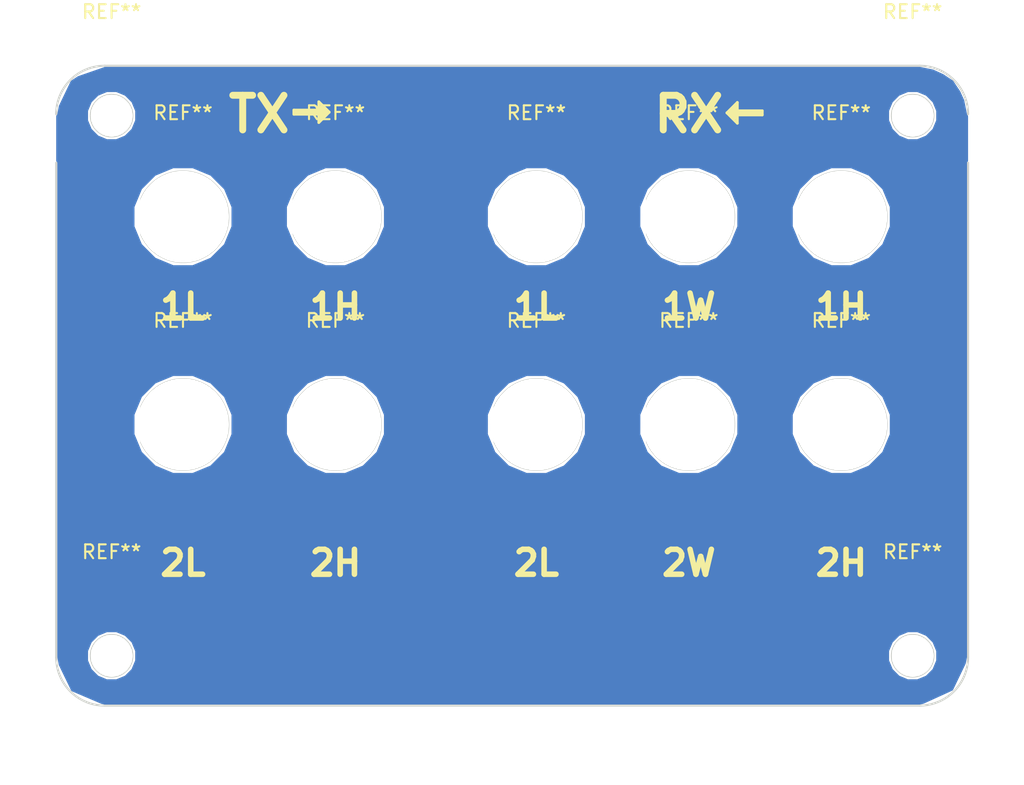
<source format=kicad_pcb>
(kicad_pcb (version 4) (host pcbnew no-bzr-kicad_new3d-viewer)

  (general
    (links 0)
    (no_connects 0)
    (area 96.746429 33.9425 170.953572 87.4925)
    (thickness 1.6)
    (drawings 48)
    (tracks 0)
    (zones 0)
    (modules 25)
    (nets 1)
  )

  (page A4)
  (layers
    (0 F.Cu signal)
    (31 B.Cu signal)
    (32 B.Adhes user)
    (33 F.Adhes user)
    (34 B.Paste user)
    (35 F.Paste user)
    (36 B.SilkS user)
    (37 F.SilkS user)
    (38 B.Mask user)
    (39 F.Mask user)
    (40 Dwgs.User user)
    (41 Cmts.User user)
    (42 Eco1.User user)
    (43 Eco2.User user)
    (44 Edge.Cuts user)
    (45 Margin user)
    (46 B.CrtYd user)
    (47 F.CrtYd user)
    (48 B.Fab user)
    (49 F.Fab user)
  )

  (setup
    (last_trace_width 0.25)
    (trace_clearance 0.2)
    (zone_clearance 0.508)
    (zone_45_only no)
    (trace_min 0.2)
    (segment_width 0.2)
    (edge_width 0.15)
    (via_size 0.6)
    (via_drill 0.4)
    (via_min_size 0.4)
    (via_min_drill 0.3)
    (uvia_size 0.3)
    (uvia_drill 0.1)
    (uvias_allowed no)
    (uvia_min_size 0.2)
    (uvia_min_drill 0.1)
    (pcb_text_width 0.3)
    (pcb_text_size 1.5 1.5)
    (mod_edge_width 0.15)
    (mod_text_size 1 1)
    (mod_text_width 0.15)
    (pad_size 3 3)
    (pad_drill 3)
    (pad_to_mask_clearance 0.2)
    (aux_axis_origin 0 0)
    (visible_elements 7FFFFFFF)
    (pcbplotparams
      (layerselection 0x00030_ffffffff)
      (usegerberextensions false)
      (excludeedgelayer true)
      (linewidth 0.100000)
      (plotframeref false)
      (viasonmask false)
      (mode 1)
      (useauxorigin false)
      (hpglpennumber 1)
      (hpglpenspeed 20)
      (hpglpendiameter 15)
      (psnegative false)
      (psa4output false)
      (plotreference true)
      (plotvalue true)
      (plotinvisibletext false)
      (padsonsilk false)
      (subtractmaskfromsilk false)
      (outputformat 1)
      (mirror false)
      (drillshape 0)
      (scaleselection 1)
      (outputdirectory ""))
  )

  (net 0 "")

  (net_class Default "This is the default net class."
    (clearance 0.2)
    (trace_width 0.25)
    (via_dia 0.6)
    (via_drill 0.4)
    (uvia_dia 0.3)
    (uvia_drill 0.1)
  )

  (module Mounting_Holes:MountingHole_6.5mm (layer F.Cu) (tedit 574497DB) (tstamp 574497EE)
    (at 162.75 38.9)
    (descr "Mounting Hole 6.5mm, no annular")
    (tags "mounting hole 6.5mm no annular")
    (fp_text reference REF** (at 0 -7.5) (layer F.SilkS)
      (effects (font (size 1 1) (thickness 0.15)))
    )
    (fp_text value MountingHole_6.5mm (at 0 7.5) (layer F.Fab)
      (effects (font (size 1 1) (thickness 0.15)))
    )
    (fp_circle (center 0 0) (end 6.5 0) (layer Cmts.User) (width 0.15))
    (fp_circle (center 0 0) (end 6.75 0) (layer F.CrtYd) (width 0.05))
    (pad "" np_thru_hole circle (at 0 0) (size 3 3) (drill 3) (layers *.Cu))
  )

  (module Mounting_Holes:MountingHole_6.5mm (layer F.Cu) (tedit 574497DB) (tstamp 574497E8)
    (at 104.95 38.9)
    (descr "Mounting Hole 6.5mm, no annular")
    (tags "mounting hole 6.5mm no annular")
    (fp_text reference REF** (at 0 -7.5) (layer F.SilkS)
      (effects (font (size 1 1) (thickness 0.15)))
    )
    (fp_text value MountingHole_6.5mm (at 0 7.5) (layer F.Fab)
      (effects (font (size 1 1) (thickness 0.15)))
    )
    (fp_circle (center 0 0) (end 6.5 0) (layer Cmts.User) (width 0.15))
    (fp_circle (center 0 0) (end 6.75 0) (layer F.CrtYd) (width 0.05))
    (pad "" np_thru_hole circle (at 0 0) (size 3 3) (drill 3) (layers *.Cu))
  )

  (module Mounting_Holes:MountingHole_6.5mm (layer F.Cu) (tedit 574497DB) (tstamp 574497E2)
    (at 104.95 77.9)
    (descr "Mounting Hole 6.5mm, no annular")
    (tags "mounting hole 6.5mm no annular")
    (fp_text reference REF** (at 0 -7.5) (layer F.SilkS)
      (effects (font (size 1 1) (thickness 0.15)))
    )
    (fp_text value MountingHole_6.5mm (at 0 7.5) (layer F.Fab)
      (effects (font (size 1 1) (thickness 0.15)))
    )
    (fp_circle (center 0 0) (end 6.5 0) (layer Cmts.User) (width 0.15))
    (fp_circle (center 0 0) (end 6.75 0) (layer F.CrtYd) (width 0.05))
    (pad "" np_thru_hole circle (at 0 0) (size 3 3) (drill 3) (layers *.Cu))
  )

  (module Mounting_Holes:MountingHole_6.5mm (layer F.Cu) (tedit 574497DB) (tstamp 574497CB)
    (at 162.75 77.9)
    (descr "Mounting Hole 6.5mm, no annular")
    (tags "mounting hole 6.5mm no annular")
    (fp_text reference REF** (at 0 -7.5) (layer F.SilkS)
      (effects (font (size 1 1) (thickness 0.15)))
    )
    (fp_text value MountingHole_6.5mm (at 0 7.5) (layer F.Fab)
      (effects (font (size 1 1) (thickness 0.15)))
    )
    (fp_circle (center 0 0) (end 6.5 0) (layer Cmts.User) (width 0.15))
    (fp_circle (center 0 0) (end 6.75 0) (layer F.CrtYd) (width 0.05))
    (pad "" np_thru_hole circle (at 0 0) (size 3 3) (drill 3) (layers *.Cu))
  )

  (module Mounting_Holes:MountingHole_6.5mm (layer F.Cu) (tedit 57449735) (tstamp 5744977B)
    (at 135.6 61.2)
    (descr "Mounting Hole 6.5mm, no annular")
    (tags "mounting hole 6.5mm no annular")
    (fp_text reference REF** (at 0 -7.5) (layer F.SilkS)
      (effects (font (size 1 1) (thickness 0.15)))
    )
    (fp_text value MountingHole_6.5mm (at 0 7.5) (layer F.Fab)
      (effects (font (size 1 1) (thickness 0.15)))
    )
    (fp_circle (center 0 0) (end 6.5 0) (layer Cmts.User) (width 0.15))
    (fp_circle (center 0 0) (end 6.75 0) (layer F.CrtYd) (width 0.05))
    (pad "" np_thru_hole circle (at 0 0) (size 6.6 6.6) (drill 6.6) (layers *.Cu))
  )

  (module Mounting_Holes:MountingHole_6.5mm (layer F.Cu) (tedit 57449735) (tstamp 57449775)
    (at 146.6 61.2)
    (descr "Mounting Hole 6.5mm, no annular")
    (tags "mounting hole 6.5mm no annular")
    (fp_text reference REF** (at 0 -7.5) (layer F.SilkS)
      (effects (font (size 1 1) (thickness 0.15)))
    )
    (fp_text value MountingHole_6.5mm (at 0 7.5) (layer F.Fab)
      (effects (font (size 1 1) (thickness 0.15)))
    )
    (fp_circle (center 0 0) (end 6.5 0) (layer Cmts.User) (width 0.15))
    (fp_circle (center 0 0) (end 6.75 0) (layer F.CrtYd) (width 0.05))
    (pad "" np_thru_hole circle (at 0 0) (size 6.6 6.6) (drill 6.6) (layers *.Cu))
  )

  (module Mounting_Holes:MountingHole_6.5mm (layer F.Cu) (tedit 57449735) (tstamp 5744976F)
    (at 157.6 61.2)
    (descr "Mounting Hole 6.5mm, no annular")
    (tags "mounting hole 6.5mm no annular")
    (fp_text reference REF** (at 0 -7.5) (layer F.SilkS)
      (effects (font (size 1 1) (thickness 0.15)))
    )
    (fp_text value MountingHole_6.5mm (at 0 7.5) (layer F.Fab)
      (effects (font (size 1 1) (thickness 0.15)))
    )
    (fp_circle (center 0 0) (end 6.5 0) (layer Cmts.User) (width 0.15))
    (fp_circle (center 0 0) (end 6.75 0) (layer F.CrtYd) (width 0.05))
    (pad "" np_thru_hole circle (at 0 0) (size 6.6 6.6) (drill 6.6) (layers *.Cu))
  )

  (module Mounting_Holes:MountingHole_6.5mm (layer F.Cu) (tedit 57449735) (tstamp 57449769)
    (at 157.6 46.2)
    (descr "Mounting Hole 6.5mm, no annular")
    (tags "mounting hole 6.5mm no annular")
    (fp_text reference REF** (at 0 -7.5) (layer F.SilkS)
      (effects (font (size 1 1) (thickness 0.15)))
    )
    (fp_text value MountingHole_6.5mm (at 0 7.5) (layer F.Fab)
      (effects (font (size 1 1) (thickness 0.15)))
    )
    (fp_circle (center 0 0) (end 6.5 0) (layer Cmts.User) (width 0.15))
    (fp_circle (center 0 0) (end 6.75 0) (layer F.CrtYd) (width 0.05))
    (pad "" np_thru_hole circle (at 0 0) (size 6.6 6.6) (drill 6.6) (layers *.Cu))
  )

  (module Mounting_Holes:MountingHole_6.5mm (layer F.Cu) (tedit 57449735) (tstamp 57449763)
    (at 146.6 46.2)
    (descr "Mounting Hole 6.5mm, no annular")
    (tags "mounting hole 6.5mm no annular")
    (fp_text reference REF** (at 0 -7.5) (layer F.SilkS)
      (effects (font (size 1 1) (thickness 0.15)))
    )
    (fp_text value MountingHole_6.5mm (at 0 7.5) (layer F.Fab)
      (effects (font (size 1 1) (thickness 0.15)))
    )
    (fp_circle (center 0 0) (end 6.5 0) (layer Cmts.User) (width 0.15))
    (fp_circle (center 0 0) (end 6.75 0) (layer F.CrtYd) (width 0.05))
    (pad "" np_thru_hole circle (at 0 0) (size 6.6 6.6) (drill 6.6) (layers *.Cu))
  )

  (module Mounting_Holes:MountingHole_6.5mm (layer F.Cu) (tedit 57449735) (tstamp 5744975D)
    (at 135.6 46.2)
    (descr "Mounting Hole 6.5mm, no annular")
    (tags "mounting hole 6.5mm no annular")
    (fp_text reference REF** (at 0 -7.5) (layer F.SilkS)
      (effects (font (size 1 1) (thickness 0.15)))
    )
    (fp_text value MountingHole_6.5mm (at 0 7.5) (layer F.Fab)
      (effects (font (size 1 1) (thickness 0.15)))
    )
    (fp_circle (center 0 0) (end 6.5 0) (layer Cmts.User) (width 0.15))
    (fp_circle (center 0 0) (end 6.75 0) (layer F.CrtYd) (width 0.05))
    (pad "" np_thru_hole circle (at 0 0) (size 6.6 6.6) (drill 6.6) (layers *.Cu))
  )

  (module Mounting_Holes:MountingHole_6.5mm (layer F.Cu) (tedit 57449735) (tstamp 57449754)
    (at 121.1 61.2)
    (descr "Mounting Hole 6.5mm, no annular")
    (tags "mounting hole 6.5mm no annular")
    (fp_text reference REF** (at 0 -7.5) (layer F.SilkS)
      (effects (font (size 1 1) (thickness 0.15)))
    )
    (fp_text value MountingHole_6.5mm (at 0 7.5) (layer F.Fab)
      (effects (font (size 1 1) (thickness 0.15)))
    )
    (fp_circle (center 0 0) (end 6.5 0) (layer Cmts.User) (width 0.15))
    (fp_circle (center 0 0) (end 6.75 0) (layer F.CrtYd) (width 0.05))
    (pad "" np_thru_hole circle (at 0 0) (size 6.6 6.6) (drill 6.6) (layers *.Cu))
  )

  (module Mounting_Holes:MountingHole_6.5mm (layer F.Cu) (tedit 57449735) (tstamp 5744974D)
    (at 110.1 61.2)
    (descr "Mounting Hole 6.5mm, no annular")
    (tags "mounting hole 6.5mm no annular")
    (fp_text reference REF** (at 0 -7.5) (layer F.SilkS)
      (effects (font (size 1 1) (thickness 0.15)))
    )
    (fp_text value MountingHole_6.5mm (at 0 7.5) (layer F.Fab)
      (effects (font (size 1 1) (thickness 0.15)))
    )
    (fp_circle (center 0 0) (end 6.5 0) (layer Cmts.User) (width 0.15))
    (fp_circle (center 0 0) (end 6.75 0) (layer F.CrtYd) (width 0.05))
    (pad "" np_thru_hole circle (at 0 0) (size 6.6 6.6) (drill 6.6) (layers *.Cu))
  )

  (module Mounting_Holes:MountingHole_6.5mm (layer F.Cu) (tedit 57449735) (tstamp 5744973F)
    (at 121.1 46.2)
    (descr "Mounting Hole 6.5mm, no annular")
    (tags "mounting hole 6.5mm no annular")
    (fp_text reference REF** (at 0 -7.5) (layer F.SilkS)
      (effects (font (size 1 1) (thickness 0.15)))
    )
    (fp_text value MountingHole_6.5mm (at 0 7.5) (layer F.Fab)
      (effects (font (size 1 1) (thickness 0.15)))
    )
    (fp_circle (center 0 0) (end 6.5 0) (layer Cmts.User) (width 0.15))
    (fp_circle (center 0 0) (end 6.75 0) (layer F.CrtYd) (width 0.05))
    (pad "" np_thru_hole circle (at 0 0) (size 6.6 6.6) (drill 6.6) (layers *.Cu))
  )

  (module Ohišja:1 locked (layer F.Cu) (tedit 57338AA8) (tstamp 5733AE17)
    (at 100.95 81.5)
    (fp_text reference REF** (at 0 4.9) (layer Dwgs.User)
      (effects (font (size 1 1) (thickness 0.15)))
    )
    (fp_text value 1 (at 0 2.8) (layer F.Fab)
      (effects (font (size 1 1) (thickness 0.15)))
    )
    (fp_line (start 4.5 -9.6) (end 3 -8.7) (layer Dwgs.User) (width 0.15))
    (fp_line (start 4.5 -7.9) (end 4.5 -9.6) (layer Dwgs.User) (width 0.15))
    (fp_line (start 61.3 -9.6) (end 62.8 -8.7) (layer Dwgs.User) (width 0.15))
    (fp_line (start 61.3 -7.9) (end 61.3 -9.6) (layer Dwgs.User) (width 0.15))
    (fp_line (start 57 -3) (end 57 -1.8) (layer Dwgs.User) (width 0.15))
    (fp_line (start 58 -3) (end 57 -3) (layer Dwgs.User) (width 0.15))
    (fp_line (start 58 -1.8) (end 58 -3) (layer Dwgs.User) (width 0.15))
    (fp_line (start 60 -1.8) (end 60 -3.3) (layer Dwgs.User) (width 0.15))
    (fp_line (start 3 -7.9) (end 4.5 -7.9) (layer Dwgs.User) (width 0.15))
    (fp_line (start 3 -5.8) (end 4.5 -5.8) (layer Dwgs.User) (width 0.15))
    (fp_circle (center 4 -3.6) (end 5.5 -3.6) (layer Dwgs.User) (width 0.15))
    (fp_line (start 3 -1.8) (end 62.8 -1.8) (layer Dwgs.User) (width 0.15))
    (fp_line (start 62.8 -1.8) (end 62.8 -40.9) (layer Dwgs.User) (width 0.15))
    (fp_line (start 3 -40.9) (end 3 -1.8) (layer Dwgs.User) (width 0.15))
    (fp_arc (start 3.5 -39.2) (end 0 -39.2) (angle 90) (layer Dwgs.User) (width 0.15))
    (fp_arc (start 62.3 -3.5) (end 65.8 -3.5) (angle 90) (layer Dwgs.User) (width 0.15))
    (fp_arc (start 3.5 -3.5) (end 3.5 0) (angle 90) (layer Dwgs.User) (width 0.15))
    (fp_arc (start 62.3 -39.2) (end 62.3 -42.7) (angle 90) (layer Dwgs.User) (width 0.15))
    (fp_line (start 65.8 -39.2) (end 65.8 -3.5) (layer Dwgs.User) (width 0.15))
    (fp_line (start 62.3 0) (end 3.5 0) (layer Dwgs.User) (width 0.15))
    (fp_line (start 0 -3.5) (end 0 -39.2) (layer Dwgs.User) (width 0.15))
    (fp_line (start 3.5 -42.7) (end 62.3 -42.7) (layer Dwgs.User) (width 0.15))
    (fp_circle (center 61.8 -3.6) (end 63.3 -3.6) (layer Dwgs.User) (width 0.15))
    (fp_line (start 3.8 -3.8) (end 4.2 -3.4) (layer Dwgs.User) (width 0.15))
    (fp_line (start 61.6 -3.8) (end 62 -3.4) (layer Dwgs.User) (width 0.15))
    (fp_line (start 62 -3.8) (end 61.6 -3.4) (layer Dwgs.User) (width 0.15))
    (fp_line (start 4.2 -3.8) (end 3.8 -3.4) (layer Dwgs.User) (width 0.15))
    (fp_line (start 3.3 -3.7) (end 3.7 -3.3) (layer Dwgs.User) (width 0.15))
    (fp_line (start 3.7 -3.7) (end 3.3 -3.3) (layer Dwgs.User) (width 0.15))
    (fp_line (start 62.5 -3.7) (end 62.1 -3.3) (layer Dwgs.User) (width 0.15))
    (fp_line (start 62.1 -3.7) (end 62.5 -3.3) (layer Dwgs.User) (width 0.15))
    (fp_line (start 61.3 -5.8) (end 62.8 -5.8) (layer Dwgs.User) (width 0.15))
    (fp_line (start 61.3 -7.9) (end 62.8 -7.9) (layer Dwgs.User) (width 0.15))
    (fp_line (start 5.8 -1.8) (end 5.8 -3.3) (layer Dwgs.User) (width 0.15))
    (fp_line (start 7.8 -1.8) (end 7.8 -3) (layer Dwgs.User) (width 0.15))
    (fp_line (start 7.8 -3) (end 8.8 -3) (layer Dwgs.User) (width 0.15))
    (fp_line (start 8.8 -3) (end 8.8 -1.8) (layer Dwgs.User) (width 0.15))
    (fp_line (start 3.8 -38.9) (end 4.2 -39.3) (layer Dwgs.User) (width 0.15))
    (fp_line (start 4.2 -38.9) (end 3.8 -39.3) (layer Dwgs.User) (width 0.15))
    (fp_line (start 4.5 -36.9) (end 3 -36.9) (layer Dwgs.User) (width 0.15))
    (fp_line (start 4.5 -33.1) (end 3 -34) (layer Dwgs.User) (width 0.15))
    (fp_line (start 4.5 -34.8) (end 3 -34.8) (layer Dwgs.User) (width 0.15))
    (fp_line (start 4.5 -34.8) (end 4.5 -33.1) (layer Dwgs.User) (width 0.15))
    (fp_circle (center 61.8 -39.1) (end 60.3 -39.1) (layer Dwgs.User) (width 0.15))
    (fp_line (start 62.8 -40.9) (end 3 -40.9) (layer Dwgs.User) (width 0.15))
    (fp_line (start 3.3 -39) (end 3.7 -39.4) (layer Dwgs.User) (width 0.15))
    (fp_line (start 5.8 -40.9) (end 5.8 -39.4) (layer Dwgs.User) (width 0.15))
    (fp_line (start 8.8 -39.7) (end 8.8 -40.9) (layer Dwgs.User) (width 0.15))
    (fp_line (start 7.8 -40.9) (end 7.8 -39.7) (layer Dwgs.User) (width 0.15))
    (fp_line (start 7.8 -39.7) (end 8.8 -39.7) (layer Dwgs.User) (width 0.15))
    (fp_line (start 3.7 -39) (end 3.3 -39.4) (layer Dwgs.User) (width 0.15))
    (fp_circle (center 4 -39.1) (end 2.5 -39.1) (layer Dwgs.User) (width 0.15))
    (fp_line (start 62.8 -34.8) (end 61.3 -34.8) (layer Dwgs.User) (width 0.15))
    (fp_line (start 61.3 -33.1) (end 62.8 -34) (layer Dwgs.User) (width 0.15))
    (fp_line (start 61.3 -34.8) (end 61.3 -33.1) (layer Dwgs.User) (width 0.15))
    (fp_line (start 62.8 -36.9) (end 61.3 -36.9) (layer Dwgs.User) (width 0.15))
    (fp_line (start 62.1 -39) (end 62.5 -39.4) (layer Dwgs.User) (width 0.15))
    (fp_line (start 62.5 -39) (end 62.1 -39.4) (layer Dwgs.User) (width 0.15))
    (fp_line (start 61.6 -38.9) (end 62 -39.3) (layer Dwgs.User) (width 0.15))
    (fp_line (start 62 -38.9) (end 61.6 -39.3) (layer Dwgs.User) (width 0.15))
    (fp_line (start 58 -40.9) (end 58 -39.7) (layer Dwgs.User) (width 0.15))
    (fp_line (start 60 -40.9) (end 60 -39.4) (layer Dwgs.User) (width 0.15))
    (fp_line (start 57 -39.7) (end 57 -40.9) (layer Dwgs.User) (width 0.15))
    (fp_line (start 58 -39.7) (end 57 -39.7) (layer Dwgs.User) (width 0.15))
  )

  (module Ohisja:2 (layer F.Cu) (tedit 57339325) (tstamp 5733B0A0)
    (at 157.6 46.2)
    (fp_text reference REF** (at 0 7.7) (layer Dwgs.User)
      (effects (font (size 1 1) (thickness 0.15)))
    )
    (fp_text value 2 (at 0 6.7) (layer F.Fab)
      (effects (font (size 1 1) (thickness 0.15)))
    )
    (fp_arc (start 0 0) (end -3 -1.3) (angle 313.1426144) (layer Edge.Cuts) (width 0.15))
    (fp_line (start -3 -1.3) (end -3 1.3) (layer Edge.Cuts) (width 0.15))
    (fp_circle (center 0 0) (end 7.5 0) (layer Dwgs.User) (width 0.15))
    (fp_line (start 0.2 0.2) (end -0.2 -0.2) (layer Dwgs.User) (width 0.15))
    (fp_line (start -0.2 0.2) (end 0.2 -0.2) (layer Dwgs.User) (width 0.15))
    (fp_line (start 4 2.1) (end 4 -2.1) (layer Dwgs.User) (width 0.15))
    (fp_line (start 0 4.5) (end 4 2.1) (layer Dwgs.User) (width 0.15))
    (fp_line (start -4 2.1) (end 0 4.5) (layer Dwgs.User) (width 0.15))
    (fp_line (start -4 -2.1) (end -4 2.1) (layer Dwgs.User) (width 0.15))
    (fp_line (start 0 -4.5) (end -4 -2.1) (layer Dwgs.User) (width 0.15))
    (fp_line (start 4 -2.1) (end 0 -4.5) (layer Dwgs.User) (width 0.15))
    (fp_circle (center 0 0) (end 4.5 0) (layer Dwgs.User) (width 0.15))
    (fp_circle (center 0 0) (end 3.25 0) (layer Dwgs.User) (width 0.15))
    (model D:/Dropbox/Projekti/Ohisja/sma.wrl
      (at (xyz 0 -0.02559055118110237 -0.1377952755905512))
      (scale (xyz 0.3937 0.3937 0.3937))
      (rotate (xyz 0 0 0))
    )
  )

  (module Ohisja:2 (layer F.Cu) (tedit 57339325) (tstamp 5733B91E)
    (at 135.6 61.2)
    (fp_text reference REF** (at 0 7.7) (layer Dwgs.User)
      (effects (font (size 1 1) (thickness 0.15)))
    )
    (fp_text value 2 (at 0 6.7) (layer F.Fab)
      (effects (font (size 1 1) (thickness 0.15)))
    )
    (fp_arc (start 0 0) (end -3 -1.3) (angle 313.1426144) (layer Edge.Cuts) (width 0.15))
    (fp_line (start -3 -1.3) (end -3 1.3) (layer Edge.Cuts) (width 0.15))
    (fp_circle (center 0 0) (end 7.5 0) (layer Dwgs.User) (width 0.15))
    (fp_line (start 0.2 0.2) (end -0.2 -0.2) (layer Dwgs.User) (width 0.15))
    (fp_line (start -0.2 0.2) (end 0.2 -0.2) (layer Dwgs.User) (width 0.15))
    (fp_line (start 4 2.1) (end 4 -2.1) (layer Dwgs.User) (width 0.15))
    (fp_line (start 0 4.5) (end 4 2.1) (layer Dwgs.User) (width 0.15))
    (fp_line (start -4 2.1) (end 0 4.5) (layer Dwgs.User) (width 0.15))
    (fp_line (start -4 -2.1) (end -4 2.1) (layer Dwgs.User) (width 0.15))
    (fp_line (start 0 -4.5) (end -4 -2.1) (layer Dwgs.User) (width 0.15))
    (fp_line (start 4 -2.1) (end 0 -4.5) (layer Dwgs.User) (width 0.15))
    (fp_circle (center 0 0) (end 4.5 0) (layer Dwgs.User) (width 0.15))
    (fp_circle (center 0 0) (end 3.25 0) (layer Dwgs.User) (width 0.15))
    (model D:/Dropbox/Projekti/Ohisja/sma.wrl
      (at (xyz 0 -0.02559055118110237 -0.1377952755905512))
      (scale (xyz 0.3937 0.3937 0.3937))
      (rotate (xyz 0 0 0))
    )
  )

  (module Ohisja:2 (layer F.Cu) (tedit 57339325) (tstamp 5733B910)
    (at 146.6 61.2)
    (fp_text reference REF** (at 0 7.7) (layer Dwgs.User)
      (effects (font (size 1 1) (thickness 0.15)))
    )
    (fp_text value 2 (at 0 6.7) (layer F.Fab)
      (effects (font (size 1 1) (thickness 0.15)))
    )
    (fp_arc (start 0 0) (end -3 -1.3) (angle 313.1426144) (layer Edge.Cuts) (width 0.15))
    (fp_line (start -3 -1.3) (end -3 1.3) (layer Edge.Cuts) (width 0.15))
    (fp_circle (center 0 0) (end 7.5 0) (layer Dwgs.User) (width 0.15))
    (fp_line (start 0.2 0.2) (end -0.2 -0.2) (layer Dwgs.User) (width 0.15))
    (fp_line (start -0.2 0.2) (end 0.2 -0.2) (layer Dwgs.User) (width 0.15))
    (fp_line (start 4 2.1) (end 4 -2.1) (layer Dwgs.User) (width 0.15))
    (fp_line (start 0 4.5) (end 4 2.1) (layer Dwgs.User) (width 0.15))
    (fp_line (start -4 2.1) (end 0 4.5) (layer Dwgs.User) (width 0.15))
    (fp_line (start -4 -2.1) (end -4 2.1) (layer Dwgs.User) (width 0.15))
    (fp_line (start 0 -4.5) (end -4 -2.1) (layer Dwgs.User) (width 0.15))
    (fp_line (start 4 -2.1) (end 0 -4.5) (layer Dwgs.User) (width 0.15))
    (fp_circle (center 0 0) (end 4.5 0) (layer Dwgs.User) (width 0.15))
    (fp_circle (center 0 0) (end 3.25 0) (layer Dwgs.User) (width 0.15))
    (model D:/Dropbox/Projekti/Ohisja/sma.wrl
      (at (xyz 0 -0.02559055118110237 -0.1377952755905512))
      (scale (xyz 0.3937 0.3937 0.3937))
      (rotate (xyz 0 0 0))
    )
  )

  (module Ohisja:2 (layer F.Cu) (tedit 57339325) (tstamp 5733B902)
    (at 157.6 61.2)
    (fp_text reference REF** (at 0 7.7) (layer Dwgs.User)
      (effects (font (size 1 1) (thickness 0.15)))
    )
    (fp_text value 2 (at 0 6.7) (layer F.Fab)
      (effects (font (size 1 1) (thickness 0.15)))
    )
    (fp_arc (start 0 0) (end -3 -1.3) (angle 313.1426144) (layer Edge.Cuts) (width 0.15))
    (fp_line (start -3 -1.3) (end -3 1.3) (layer Edge.Cuts) (width 0.15))
    (fp_circle (center 0 0) (end 7.5 0) (layer Dwgs.User) (width 0.15))
    (fp_line (start 0.2 0.2) (end -0.2 -0.2) (layer Dwgs.User) (width 0.15))
    (fp_line (start -0.2 0.2) (end 0.2 -0.2) (layer Dwgs.User) (width 0.15))
    (fp_line (start 4 2.1) (end 4 -2.1) (layer Dwgs.User) (width 0.15))
    (fp_line (start 0 4.5) (end 4 2.1) (layer Dwgs.User) (width 0.15))
    (fp_line (start -4 2.1) (end 0 4.5) (layer Dwgs.User) (width 0.15))
    (fp_line (start -4 -2.1) (end -4 2.1) (layer Dwgs.User) (width 0.15))
    (fp_line (start 0 -4.5) (end -4 -2.1) (layer Dwgs.User) (width 0.15))
    (fp_line (start 4 -2.1) (end 0 -4.5) (layer Dwgs.User) (width 0.15))
    (fp_circle (center 0 0) (end 4.5 0) (layer Dwgs.User) (width 0.15))
    (fp_circle (center 0 0) (end 3.25 0) (layer Dwgs.User) (width 0.15))
    (model D:/Dropbox/Projekti/Ohisja/sma.wrl
      (at (xyz 0 -0.02559055118110237 -0.1377952755905512))
      (scale (xyz 0.3937 0.3937 0.3937))
      (rotate (xyz 0 0 0))
    )
  )

  (module Ohisja:2 (layer F.Cu) (tedit 57339325) (tstamp 5733B8F4)
    (at 135.6 46.2)
    (fp_text reference REF** (at 0 7.7) (layer Dwgs.User)
      (effects (font (size 1 1) (thickness 0.15)))
    )
    (fp_text value 2 (at 0 6.7) (layer F.Fab)
      (effects (font (size 1 1) (thickness 0.15)))
    )
    (fp_arc (start 0 0) (end -3 -1.3) (angle 313.1426144) (layer Edge.Cuts) (width 0.15))
    (fp_line (start -3 -1.3) (end -3 1.3) (layer Edge.Cuts) (width 0.15))
    (fp_circle (center 0 0) (end 7.5 0) (layer Dwgs.User) (width 0.15))
    (fp_line (start 0.2 0.2) (end -0.2 -0.2) (layer Dwgs.User) (width 0.15))
    (fp_line (start -0.2 0.2) (end 0.2 -0.2) (layer Dwgs.User) (width 0.15))
    (fp_line (start 4 2.1) (end 4 -2.1) (layer Dwgs.User) (width 0.15))
    (fp_line (start 0 4.5) (end 4 2.1) (layer Dwgs.User) (width 0.15))
    (fp_line (start -4 2.1) (end 0 4.5) (layer Dwgs.User) (width 0.15))
    (fp_line (start -4 -2.1) (end -4 2.1) (layer Dwgs.User) (width 0.15))
    (fp_line (start 0 -4.5) (end -4 -2.1) (layer Dwgs.User) (width 0.15))
    (fp_line (start 4 -2.1) (end 0 -4.5) (layer Dwgs.User) (width 0.15))
    (fp_circle (center 0 0) (end 4.5 0) (layer Dwgs.User) (width 0.15))
    (fp_circle (center 0 0) (end 3.25 0) (layer Dwgs.User) (width 0.15))
    (model D:/Dropbox/Projekti/Ohisja/sma.wrl
      (at (xyz 0 -0.02559055118110237 -0.1377952755905512))
      (scale (xyz 0.3937 0.3937 0.3937))
      (rotate (xyz 0 0 0))
    )
  )

  (module Ohisja:2 (layer F.Cu) (tedit 57339325) (tstamp 5733B8E6)
    (at 146.6 46.2)
    (fp_text reference REF** (at 0 7.7) (layer Dwgs.User)
      (effects (font (size 1 1) (thickness 0.15)))
    )
    (fp_text value 2 (at 0 6.7) (layer F.Fab)
      (effects (font (size 1 1) (thickness 0.15)))
    )
    (fp_arc (start 0 0) (end -3 -1.3) (angle 313.1426144) (layer Edge.Cuts) (width 0.15))
    (fp_line (start -3 -1.3) (end -3 1.3) (layer Edge.Cuts) (width 0.15))
    (fp_circle (center 0 0) (end 7.5 0) (layer Dwgs.User) (width 0.15))
    (fp_line (start 0.2 0.2) (end -0.2 -0.2) (layer Dwgs.User) (width 0.15))
    (fp_line (start -0.2 0.2) (end 0.2 -0.2) (layer Dwgs.User) (width 0.15))
    (fp_line (start 4 2.1) (end 4 -2.1) (layer Dwgs.User) (width 0.15))
    (fp_line (start 0 4.5) (end 4 2.1) (layer Dwgs.User) (width 0.15))
    (fp_line (start -4 2.1) (end 0 4.5) (layer Dwgs.User) (width 0.15))
    (fp_line (start -4 -2.1) (end -4 2.1) (layer Dwgs.User) (width 0.15))
    (fp_line (start 0 -4.5) (end -4 -2.1) (layer Dwgs.User) (width 0.15))
    (fp_line (start 4 -2.1) (end 0 -4.5) (layer Dwgs.User) (width 0.15))
    (fp_circle (center 0 0) (end 4.5 0) (layer Dwgs.User) (width 0.15))
    (fp_circle (center 0 0) (end 3.25 0) (layer Dwgs.User) (width 0.15))
    (model D:/Dropbox/Projekti/Ohisja/sma.wrl
      (at (xyz 0 -0.02559055118110237 -0.1377952755905512))
      (scale (xyz 0.3937 0.3937 0.3937))
      (rotate (xyz 0 0 0))
    )
  )

  (module Ohisja:2 (layer F.Cu) (tedit 57339325) (tstamp 5733B8C7)
    (at 121.1 61.2)
    (fp_text reference REF** (at 0 7.7) (layer Dwgs.User)
      (effects (font (size 1 1) (thickness 0.15)))
    )
    (fp_text value 2 (at 0 6.7) (layer F.Fab)
      (effects (font (size 1 1) (thickness 0.15)))
    )
    (fp_arc (start 0 0) (end -3 -1.3) (angle 313.1426144) (layer Edge.Cuts) (width 0.15))
    (fp_line (start -3 -1.3) (end -3 1.3) (layer Edge.Cuts) (width 0.15))
    (fp_circle (center 0 0) (end 7.5 0) (layer Dwgs.User) (width 0.15))
    (fp_line (start 0.2 0.2) (end -0.2 -0.2) (layer Dwgs.User) (width 0.15))
    (fp_line (start -0.2 0.2) (end 0.2 -0.2) (layer Dwgs.User) (width 0.15))
    (fp_line (start 4 2.1) (end 4 -2.1) (layer Dwgs.User) (width 0.15))
    (fp_line (start 0 4.5) (end 4 2.1) (layer Dwgs.User) (width 0.15))
    (fp_line (start -4 2.1) (end 0 4.5) (layer Dwgs.User) (width 0.15))
    (fp_line (start -4 -2.1) (end -4 2.1) (layer Dwgs.User) (width 0.15))
    (fp_line (start 0 -4.5) (end -4 -2.1) (layer Dwgs.User) (width 0.15))
    (fp_line (start 4 -2.1) (end 0 -4.5) (layer Dwgs.User) (width 0.15))
    (fp_circle (center 0 0) (end 4.5 0) (layer Dwgs.User) (width 0.15))
    (fp_circle (center 0 0) (end 3.25 0) (layer Dwgs.User) (width 0.15))
    (model D:/Dropbox/Projekti/Ohisja/sma.wrl
      (at (xyz 0 -0.02559055118110237 -0.1377952755905512))
      (scale (xyz 0.3937 0.3937 0.3937))
      (rotate (xyz 0 0 0))
    )
  )

  (module Ohisja:2 (layer F.Cu) (tedit 57339325) (tstamp 5733B8B9)
    (at 110.1 61.2)
    (fp_text reference REF** (at 0 7.7) (layer Dwgs.User)
      (effects (font (size 1 1) (thickness 0.15)))
    )
    (fp_text value 2 (at 0 6.7) (layer F.Fab)
      (effects (font (size 1 1) (thickness 0.15)))
    )
    (fp_arc (start 0 0) (end -3 -1.3) (angle 313.1426144) (layer Edge.Cuts) (width 0.15))
    (fp_line (start -3 -1.3) (end -3 1.3) (layer Edge.Cuts) (width 0.15))
    (fp_circle (center 0 0) (end 7.5 0) (layer Dwgs.User) (width 0.15))
    (fp_line (start 0.2 0.2) (end -0.2 -0.2) (layer Dwgs.User) (width 0.15))
    (fp_line (start -0.2 0.2) (end 0.2 -0.2) (layer Dwgs.User) (width 0.15))
    (fp_line (start 4 2.1) (end 4 -2.1) (layer Dwgs.User) (width 0.15))
    (fp_line (start 0 4.5) (end 4 2.1) (layer Dwgs.User) (width 0.15))
    (fp_line (start -4 2.1) (end 0 4.5) (layer Dwgs.User) (width 0.15))
    (fp_line (start -4 -2.1) (end -4 2.1) (layer Dwgs.User) (width 0.15))
    (fp_line (start 0 -4.5) (end -4 -2.1) (layer Dwgs.User) (width 0.15))
    (fp_line (start 4 -2.1) (end 0 -4.5) (layer Dwgs.User) (width 0.15))
    (fp_circle (center 0 0) (end 4.5 0) (layer Dwgs.User) (width 0.15))
    (fp_circle (center 0 0) (end 3.25 0) (layer Dwgs.User) (width 0.15))
    (model D:/Dropbox/Projekti/Ohisja/sma.wrl
      (at (xyz 0 -0.02559055118110237 -0.1377952755905512))
      (scale (xyz 0.3937 0.3937 0.3937))
      (rotate (xyz 0 0 0))
    )
  )

  (module Ohisja:2 (layer F.Cu) (tedit 57339325) (tstamp 5733B8AB)
    (at 121.1 46.2)
    (fp_text reference REF** (at 0 7.7) (layer Dwgs.User)
      (effects (font (size 1 1) (thickness 0.15)))
    )
    (fp_text value 2 (at 0 6.7) (layer F.Fab)
      (effects (font (size 1 1) (thickness 0.15)))
    )
    (fp_arc (start 0 0) (end -3 -1.3) (angle 313.1426144) (layer Edge.Cuts) (width 0.15))
    (fp_line (start -3 -1.3) (end -3 1.3) (layer Edge.Cuts) (width 0.15))
    (fp_circle (center 0 0) (end 7.5 0) (layer Dwgs.User) (width 0.15))
    (fp_line (start 0.2 0.2) (end -0.2 -0.2) (layer Dwgs.User) (width 0.15))
    (fp_line (start -0.2 0.2) (end 0.2 -0.2) (layer Dwgs.User) (width 0.15))
    (fp_line (start 4 2.1) (end 4 -2.1) (layer Dwgs.User) (width 0.15))
    (fp_line (start 0 4.5) (end 4 2.1) (layer Dwgs.User) (width 0.15))
    (fp_line (start -4 2.1) (end 0 4.5) (layer Dwgs.User) (width 0.15))
    (fp_line (start -4 -2.1) (end -4 2.1) (layer Dwgs.User) (width 0.15))
    (fp_line (start 0 -4.5) (end -4 -2.1) (layer Dwgs.User) (width 0.15))
    (fp_line (start 4 -2.1) (end 0 -4.5) (layer Dwgs.User) (width 0.15))
    (fp_circle (center 0 0) (end 4.5 0) (layer Dwgs.User) (width 0.15))
    (fp_circle (center 0 0) (end 3.25 0) (layer Dwgs.User) (width 0.15))
    (model D:/Dropbox/Projekti/Ohisja/sma.wrl
      (at (xyz 0 -0.02559055118110237 -0.1377952755905512))
      (scale (xyz 0.3937 0.3937 0.3937))
      (rotate (xyz 0 0 0))
    )
  )

  (module Ohisja:2 (layer F.Cu) (tedit 57339325) (tstamp 5733B72C)
    (at 110.1 46.2)
    (fp_text reference REF** (at 0 7.7) (layer Dwgs.User)
      (effects (font (size 1 1) (thickness 0.15)))
    )
    (fp_text value 2 (at 0 6.7) (layer F.Fab)
      (effects (font (size 1 1) (thickness 0.15)))
    )
    (fp_arc (start 0 0) (end -3 -1.3) (angle 313.1426144) (layer Edge.Cuts) (width 0.15))
    (fp_line (start -3 -1.3) (end -3 1.3) (layer Edge.Cuts) (width 0.15))
    (fp_circle (center 0 0) (end 7.5 0) (layer Dwgs.User) (width 0.15))
    (fp_line (start 0.2 0.2) (end -0.2 -0.2) (layer Dwgs.User) (width 0.15))
    (fp_line (start -0.2 0.2) (end 0.2 -0.2) (layer Dwgs.User) (width 0.15))
    (fp_line (start 4 2.1) (end 4 -2.1) (layer Dwgs.User) (width 0.15))
    (fp_line (start 0 4.5) (end 4 2.1) (layer Dwgs.User) (width 0.15))
    (fp_line (start -4 2.1) (end 0 4.5) (layer Dwgs.User) (width 0.15))
    (fp_line (start -4 -2.1) (end -4 2.1) (layer Dwgs.User) (width 0.15))
    (fp_line (start 0 -4.5) (end -4 -2.1) (layer Dwgs.User) (width 0.15))
    (fp_line (start 4 -2.1) (end 0 -4.5) (layer Dwgs.User) (width 0.15))
    (fp_circle (center 0 0) (end 4.5 0) (layer Dwgs.User) (width 0.15))
    (fp_circle (center 0 0) (end 3.25 0) (layer Dwgs.User) (width 0.15))
    (model D:/Dropbox/Projekti/Ohisja/sma.wrl
      (at (xyz 0 -0.02559055118110237 -0.1377952755905512))
      (scale (xyz 0.3937 0.3937 0.3937))
      (rotate (xyz 0 0 0))
    )
  )

  (module Mounting_Holes:MountingHole_6.5mm (layer F.Cu) (tedit 57449735) (tstamp 5744970B)
    (at 110.1 46.2)
    (descr "Mounting Hole 6.5mm, no annular")
    (tags "mounting hole 6.5mm no annular")
    (fp_text reference REF** (at 0 -7.5) (layer F.SilkS)
      (effects (font (size 1 1) (thickness 0.15)))
    )
    (fp_text value MountingHole_6.5mm (at 0 7.5) (layer F.Fab)
      (effects (font (size 1 1) (thickness 0.15)))
    )
    (fp_circle (center 0 0) (end 6.5 0) (layer Cmts.User) (width 0.15))
    (fp_circle (center 0 0) (end 6.75 0) (layer F.CrtYd) (width 0.05))
    (pad "" np_thru_hole circle (at 0 0) (size 6.6 6.6) (drill 6.6) (layers *.Cu))
  )

  (gr_line (start 118.1 38.8) (end 119.85 38.8) (layer F.SilkS) (width 0.2) (tstamp 5733A9E0))
  (gr_line (start 118.1 38.5) (end 118.1 38.8) (layer F.SilkS) (width 0.2) (tstamp 5733A9DF))
  (gr_line (start 119.85 38.5) (end 118.1 38.5) (layer F.SilkS) (width 0.2) (tstamp 5733A9DE))
  (gr_line (start 119.9 37.9) (end 119.9 39.4) (layer F.SilkS) (width 0.2) (tstamp 5733A9DD))
  (gr_line (start 118.15 38.65) (end 120.65 38.65) (layer F.SilkS) (width 0.2) (tstamp 5733A9DC))
  (gr_line (start 120.65 38.65) (end 119.9 37.9) (layer F.SilkS) (width 0.2) (tstamp 5733A9DB))
  (gr_line (start 119.9 39.4) (end 120.65 38.65) (layer F.SilkS) (width 0.2) (tstamp 5733A9DA))
  (gr_line (start 120.35 38.45) (end 120.35 38.8) (layer F.SilkS) (width 0.2) (tstamp 5733A9D9))
  (gr_line (start 120.2 38.95) (end 120.2 38.35) (layer F.SilkS) (width 0.2) (tstamp 5733A9D8))
  (gr_line (start 120.05 39.1) (end 120.05 38.25) (layer F.SilkS) (width 0.2) (tstamp 5733A9D7))
  (gr_line (start 151.9 38.55) (end 150.15 38.55) (layer F.SilkS) (width 0.2))
  (gr_line (start 151.9 38.85) (end 151.9 38.55) (layer F.SilkS) (width 0.2))
  (gr_line (start 150.15 38.85) (end 151.9 38.85) (layer F.SilkS) (width 0.2))
  (gr_line (start 149.65 38.9) (end 149.65 38.55) (layer F.SilkS) (width 0.2))
  (gr_line (start 149.8 38.4) (end 149.8 39) (layer F.SilkS) (width 0.2))
  (gr_line (start 149.95 38.25) (end 149.95 39.1) (layer F.SilkS) (width 0.2))
  (gr_line (start 151.85 38.7) (end 149.35 38.7) (layer F.SilkS) (width 0.2) (tstamp 5733A89D))
  (gr_line (start 150.1 39.45) (end 150.1 37.95) (layer F.SilkS) (width 0.2) (tstamp 5733A89C))
  (gr_line (start 149.35 38.7) (end 150.1 39.45) (layer F.SilkS) (width 0.2) (tstamp 5733A89B))
  (gr_line (start 150.1 37.95) (end 149.35 38.7) (layer F.SilkS) (width 0.2) (tstamp 5733A89A))
  (gr_text RX (at 146.6 38.8) (layer F.SilkS) (tstamp 5733BDF8)
    (effects (font (size 2.5 2.5) (thickness 0.5)))
  )
  (gr_text TX (at 115.6 38.8) (layer F.SilkS) (tstamp 5733BDEA)
    (effects (font (size 2.5 2.5) (thickness 0.5)))
  )
  (gr_text 2L (at 135.6 71.2) (layer F.SilkS) (tstamp 5733BDD5)
    (effects (font (size 1.8 1.8) (thickness 0.4)))
  )
  (gr_text 2W (at 146.6 71.2) (layer F.SilkS) (tstamp 5733BDD4)
    (effects (font (size 1.8 1.8) (thickness 0.4)))
  )
  (gr_text 2H (at 157.6 71.2) (layer F.SilkS) (tstamp 5733BDD3)
    (effects (font (size 1.8 1.8) (thickness 0.4)))
  )
  (gr_text 1L (at 135.6 52.7) (layer F.SilkS) (tstamp 5733BDD2)
    (effects (font (size 1.8 1.8) (thickness 0.4)))
  )
  (gr_text 1W (at 146.6 52.7) (layer F.SilkS) (tstamp 5733BDD1)
    (effects (font (size 1.8 1.8) (thickness 0.4)))
  )
  (gr_text 1H (at 157.6 52.7) (layer F.SilkS) (tstamp 5733BDCD)
    (effects (font (size 1.8 1.8) (thickness 0.4)))
  )
  (gr_text "2H\n" (at 121.1 71.2) (layer F.SilkS) (tstamp 5733BD95)
    (effects (font (size 1.8 1.8) (thickness 0.4)))
  )
  (gr_text 2L (at 110.1 71.2) (layer F.SilkS) (tstamp 5733BD94)
    (effects (font (size 1.8 1.8) (thickness 0.4)))
  )
  (gr_text 1H (at 121.1 52.7) (layer F.SilkS) (tstamp 5733BD93)
    (effects (font (size 1.8 1.8) (thickness 0.4)))
  )
  (gr_text 1L (at 110.1 52.7) (layer F.SilkS)
    (effects (font (size 1.8 1.8) (thickness 0.4)))
  )
  (gr_circle (center 104.95 77.9) (end 106.45 77.9) (layer Edge.Cuts) (width 0.15))
  (gr_circle (center 104.95 38.9) (end 106.45 38.9) (layer Edge.Cuts) (width 0.15))
  (gr_circle (center 162.75 38.9) (end 164.25 38.9) (layer Edge.Cuts) (width 0.15))
  (gr_circle (center 162.75 77.9) (end 164.25 77.9) (layer Edge.Cuts) (width 0.15))
  (gr_line (start 100.95 78) (end 100.95 42.3) (layer Edge.Cuts) (width 0.15))
  (gr_line (start 163.25 81.5) (end 104.45 81.5) (layer Edge.Cuts) (width 0.15))
  (gr_line (start 166.75 42.3) (end 166.75 78) (layer Edge.Cuts) (width 0.15))
  (gr_line (start 104.45 35.3) (end 163.25 35.3) (layer Edge.Cuts) (width 0.15))
  (gr_arc (start 104.45 38.8) (end 100.95 38.8) (angle 90) (layer Edge.Cuts) (width 0.15))
  (gr_arc (start 104.45 78) (end 104.45 81.5) (angle 90) (layer Edge.Cuts) (width 0.15))
  (gr_arc (start 163.25 78) (end 166.75 78) (angle 90) (layer Edge.Cuts) (width 0.15))
  (gr_arc (start 163.25 38.8) (end 163.25 35.3) (angle 90) (layer Edge.Cuts) (width 0.15))
  (gr_line (start 104 73.95) (end 104 75.55) (layer Dwgs.User) (width 0.2))
  (gr_line (start 163.8 73.95) (end 104 73.95) (layer Dwgs.User) (width 0.2))
  (gr_line (start 163.8 75.55) (end 163.8 73.95) (layer Dwgs.User) (width 0.2))
  (gr_line (start 104 75.55) (end 163.8 75.55) (layer Dwgs.User) (width 0.2))

  (zone (net 0) (net_name "") (layer B.Cu) (tstamp 0) (hatch edge 0.508)
    (connect_pads no (clearance 0))
    (min_thickness 0.254)
    (fill yes (arc_segments 16) (thermal_gap 0) (thermal_bridge_width 0))
    (polygon
      (pts
        (xy 102.05 80.45) (xy 100.95 78.181213) (xy 100.95 38.6) (xy 102.1 36.2) (xy 104.7 35.3)
        (xy 163.65 35.3) (xy 165.8 36.3) (xy 166.75 38.4) (xy 166.75 78.114844) (xy 165.65 80.4)
        (xy 163.233913 81.5) (xy 104.51159 81.5)
      )
    )
    (filled_polygon
      (pts
        (xy 164.196414 35.694212) (xy 164.922429 36.031893) (xy 165.57924 36.47076) (xy 166.070371 37.20579) (xy 166.349799 37.823471)
        (xy 166.551881 38.839408) (xy 166.582043 38.912225) (xy 166.623 38.953183) (xy 166.623 42.146583) (xy 166.607164 42.157164)
        (xy 166.563376 42.222698) (xy 166.548 42.3) (xy 166.548 77.980103) (xy 166.459329 78.425881) (xy 165.555517 80.303474)
        (xy 163.480494 81.248194) (xy 163.230103 81.298) (xy 104.469897 81.298) (xy 104.267192 81.257679) (xy 102.174028 80.364832)
        (xy 102.13826 80.340933) (xy 101.262172 78.533972) (xy 101.208037 78.261818) (xy 103.122684 78.261818) (xy 103.400242 78.93356)
        (xy 103.913736 79.447952) (xy 104.584993 79.726682) (xy 105.311818 79.727316) (xy 105.98356 79.449758) (xy 106.497952 78.936264)
        (xy 106.776682 78.265007) (xy 106.776684 78.261818) (xy 160.922684 78.261818) (xy 161.200242 78.93356) (xy 161.713736 79.447952)
        (xy 162.384993 79.726682) (xy 163.111818 79.727316) (xy 163.78356 79.449758) (xy 164.297952 78.936264) (xy 164.576682 78.265007)
        (xy 164.577316 77.538182) (xy 164.299758 76.86644) (xy 163.786264 76.352048) (xy 163.115007 76.073318) (xy 162.388182 76.072684)
        (xy 161.71644 76.350242) (xy 161.202048 76.863736) (xy 160.923318 77.534993) (xy 160.922684 78.261818) (xy 106.776684 78.261818)
        (xy 106.777316 77.538182) (xy 106.499758 76.86644) (xy 105.986264 76.352048) (xy 105.315007 76.073318) (xy 104.588182 76.072684)
        (xy 103.91644 76.350242) (xy 103.402048 76.863736) (xy 103.123318 77.534993) (xy 103.122684 78.261818) (xy 101.208037 78.261818)
        (xy 101.152 77.980103) (xy 101.152 61.91829) (xy 106.472372 61.91829) (xy 107.023386 63.251846) (xy 108.042787 64.273028)
        (xy 109.37538 64.826369) (xy 110.81829 64.827628) (xy 112.151846 64.276614) (xy 113.173028 63.257213) (xy 113.726369 61.92462)
        (xy 113.726374 61.91829) (xy 117.472372 61.91829) (xy 118.023386 63.251846) (xy 119.042787 64.273028) (xy 120.37538 64.826369)
        (xy 121.81829 64.827628) (xy 123.151846 64.276614) (xy 124.173028 63.257213) (xy 124.726369 61.92462) (xy 124.726374 61.91829)
        (xy 131.972372 61.91829) (xy 132.523386 63.251846) (xy 133.542787 64.273028) (xy 134.87538 64.826369) (xy 136.31829 64.827628)
        (xy 137.651846 64.276614) (xy 138.673028 63.257213) (xy 139.226369 61.92462) (xy 139.226374 61.91829) (xy 142.972372 61.91829)
        (xy 143.523386 63.251846) (xy 144.542787 64.273028) (xy 145.87538 64.826369) (xy 147.31829 64.827628) (xy 148.651846 64.276614)
        (xy 149.673028 63.257213) (xy 150.226369 61.92462) (xy 150.226374 61.91829) (xy 153.972372 61.91829) (xy 154.523386 63.251846)
        (xy 155.542787 64.273028) (xy 156.87538 64.826369) (xy 158.31829 64.827628) (xy 159.651846 64.276614) (xy 160.673028 63.257213)
        (xy 161.226369 61.92462) (xy 161.227628 60.48171) (xy 160.676614 59.148154) (xy 159.657213 58.126972) (xy 158.32462 57.573631)
        (xy 156.88171 57.572372) (xy 155.548154 58.123386) (xy 154.526972 59.142787) (xy 153.973631 60.47538) (xy 153.972372 61.91829)
        (xy 150.226374 61.91829) (xy 150.227628 60.48171) (xy 149.676614 59.148154) (xy 148.657213 58.126972) (xy 147.32462 57.573631)
        (xy 145.88171 57.572372) (xy 144.548154 58.123386) (xy 143.526972 59.142787) (xy 142.973631 60.47538) (xy 142.972372 61.91829)
        (xy 139.226374 61.91829) (xy 139.227628 60.48171) (xy 138.676614 59.148154) (xy 137.657213 58.126972) (xy 136.32462 57.573631)
        (xy 134.88171 57.572372) (xy 133.548154 58.123386) (xy 132.526972 59.142787) (xy 131.973631 60.47538) (xy 131.972372 61.91829)
        (xy 124.726374 61.91829) (xy 124.727628 60.48171) (xy 124.176614 59.148154) (xy 123.157213 58.126972) (xy 121.82462 57.573631)
        (xy 120.38171 57.572372) (xy 119.048154 58.123386) (xy 118.026972 59.142787) (xy 117.473631 60.47538) (xy 117.472372 61.91829)
        (xy 113.726374 61.91829) (xy 113.727628 60.48171) (xy 113.176614 59.148154) (xy 112.157213 58.126972) (xy 110.82462 57.573631)
        (xy 109.38171 57.572372) (xy 108.048154 58.123386) (xy 107.026972 59.142787) (xy 106.473631 60.47538) (xy 106.472372 61.91829)
        (xy 101.152 61.91829) (xy 101.152 46.91829) (xy 106.472372 46.91829) (xy 107.023386 48.251846) (xy 108.042787 49.273028)
        (xy 109.37538 49.826369) (xy 110.81829 49.827628) (xy 112.151846 49.276614) (xy 113.173028 48.257213) (xy 113.726369 46.92462)
        (xy 113.726374 46.91829) (xy 117.472372 46.91829) (xy 118.023386 48.251846) (xy 119.042787 49.273028) (xy 120.37538 49.826369)
        (xy 121.81829 49.827628) (xy 123.151846 49.276614) (xy 124.173028 48.257213) (xy 124.726369 46.92462) (xy 124.726374 46.91829)
        (xy 131.972372 46.91829) (xy 132.523386 48.251846) (xy 133.542787 49.273028) (xy 134.87538 49.826369) (xy 136.31829 49.827628)
        (xy 137.651846 49.276614) (xy 138.673028 48.257213) (xy 139.226369 46.92462) (xy 139.226374 46.91829) (xy 142.972372 46.91829)
        (xy 143.523386 48.251846) (xy 144.542787 49.273028) (xy 145.87538 49.826369) (xy 147.31829 49.827628) (xy 148.651846 49.276614)
        (xy 149.673028 48.257213) (xy 150.226369 46.92462) (xy 150.226374 46.91829) (xy 153.972372 46.91829) (xy 154.523386 48.251846)
        (xy 155.542787 49.273028) (xy 156.87538 49.826369) (xy 158.31829 49.827628) (xy 159.651846 49.276614) (xy 160.673028 48.257213)
        (xy 161.226369 46.92462) (xy 161.227628 45.48171) (xy 160.676614 44.148154) (xy 159.657213 43.126972) (xy 158.32462 42.573631)
        (xy 156.88171 42.572372) (xy 155.548154 43.123386) (xy 154.526972 44.142787) (xy 153.973631 45.47538) (xy 153.972372 46.91829)
        (xy 150.226374 46.91829) (xy 150.227628 45.48171) (xy 149.676614 44.148154) (xy 148.657213 43.126972) (xy 147.32462 42.573631)
        (xy 145.88171 42.572372) (xy 144.548154 43.123386) (xy 143.526972 44.142787) (xy 142.973631 45.47538) (xy 142.972372 46.91829)
        (xy 139.226374 46.91829) (xy 139.227628 45.48171) (xy 138.676614 44.148154) (xy 137.657213 43.126972) (xy 136.32462 42.573631)
        (xy 134.88171 42.572372) (xy 133.548154 43.123386) (xy 132.526972 44.142787) (xy 131.973631 45.47538) (xy 131.972372 46.91829)
        (xy 124.726374 46.91829) (xy 124.727628 45.48171) (xy 124.176614 44.148154) (xy 123.157213 43.126972) (xy 121.82462 42.573631)
        (xy 120.38171 42.572372) (xy 119.048154 43.123386) (xy 118.026972 44.142787) (xy 117.473631 45.47538) (xy 117.472372 46.91829)
        (xy 113.726374 46.91829) (xy 113.727628 45.48171) (xy 113.176614 44.148154) (xy 112.157213 43.126972) (xy 110.82462 42.573631)
        (xy 109.38171 42.572372) (xy 108.048154 43.123386) (xy 107.026972 44.142787) (xy 106.473631 45.47538) (xy 106.472372 46.91829)
        (xy 101.152 46.91829) (xy 101.152 42.3) (xy 101.136624 42.222698) (xy 101.092836 42.157164) (xy 101.077 42.146583)
        (xy 101.077 39.261818) (xy 103.122684 39.261818) (xy 103.400242 39.93356) (xy 103.913736 40.447952) (xy 104.584993 40.726682)
        (xy 105.311818 40.727316) (xy 105.98356 40.449758) (xy 106.497952 39.936264) (xy 106.776682 39.265007) (xy 106.776684 39.261818)
        (xy 160.922684 39.261818) (xy 161.200242 39.93356) (xy 161.713736 40.447952) (xy 162.384993 40.726682) (xy 163.111818 40.727316)
        (xy 163.78356 40.449758) (xy 164.297952 39.936264) (xy 164.576682 39.265007) (xy 164.577316 38.538182) (xy 164.299758 37.86644)
        (xy 163.786264 37.352048) (xy 163.115007 37.073318) (xy 162.388182 37.072684) (xy 161.71644 37.350242) (xy 161.202048 37.863736)
        (xy 160.923318 38.534993) (xy 160.922684 39.261818) (xy 106.776684 39.261818) (xy 106.777316 38.538182) (xy 106.499758 37.86644)
        (xy 105.986264 37.352048) (xy 105.315007 37.073318) (xy 104.588182 37.072684) (xy 103.91644 37.350242) (xy 103.402048 37.863736)
        (xy 103.123318 38.534993) (xy 103.122684 39.261818) (xy 101.077 39.261818) (xy 101.077 38.953182) (xy 101.117957 38.912225)
        (xy 101.148119 38.839408) (xy 101.270204 38.225649) (xy 102.086568 36.521933) (xy 102.12076 36.47076) (xy 102.566542 36.172898)
        (xy 104.504691 35.502) (xy 163.230103 35.502)
      )
    )
  )
)

</source>
